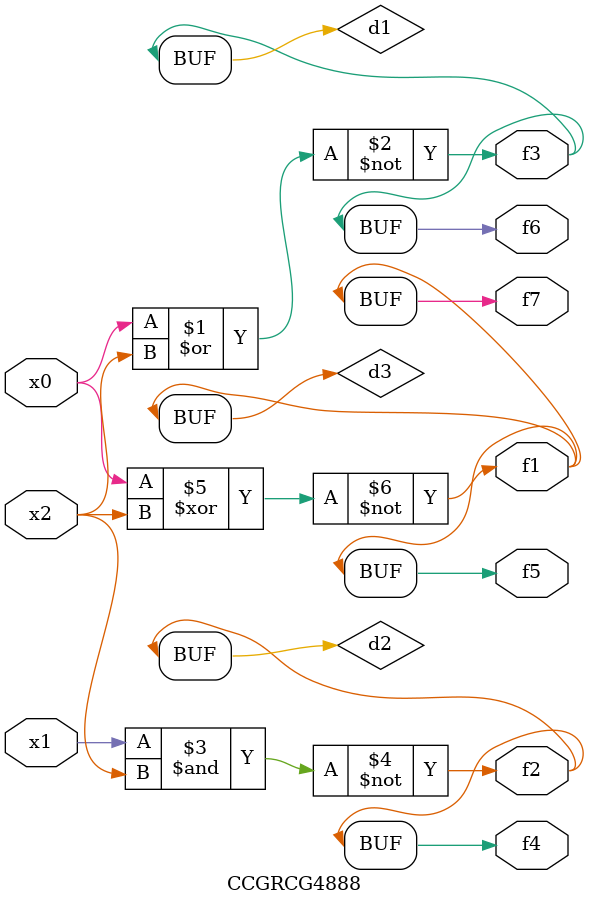
<source format=v>
module CCGRCG4888(
	input x0, x1, x2,
	output f1, f2, f3, f4, f5, f6, f7
);

	wire d1, d2, d3;

	nor (d1, x0, x2);
	nand (d2, x1, x2);
	xnor (d3, x0, x2);
	assign f1 = d3;
	assign f2 = d2;
	assign f3 = d1;
	assign f4 = d2;
	assign f5 = d3;
	assign f6 = d1;
	assign f7 = d3;
endmodule

</source>
